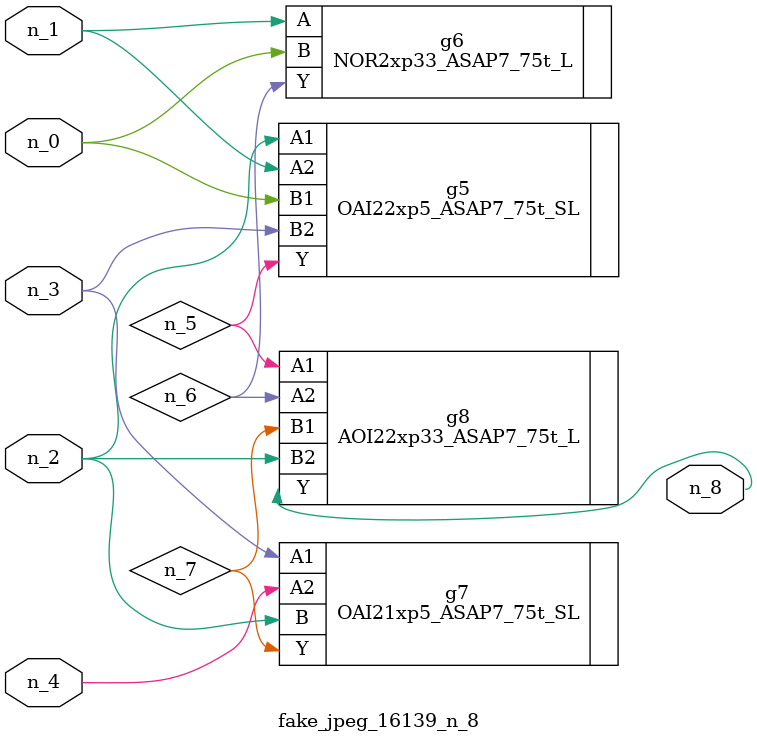
<source format=v>
module fake_jpeg_16139_n_8 (n_3, n_2, n_1, n_0, n_4, n_8);

input n_3;
input n_2;
input n_1;
input n_0;
input n_4;

output n_8;

wire n_6;
wire n_5;
wire n_7;

OAI22xp5_ASAP7_75t_SL g5 ( 
.A1(n_2),
.A2(n_1),
.B1(n_0),
.B2(n_3),
.Y(n_5)
);

NOR2xp33_ASAP7_75t_L g6 ( 
.A(n_1),
.B(n_0),
.Y(n_6)
);

OAI21xp5_ASAP7_75t_SL g7 ( 
.A1(n_3),
.A2(n_4),
.B(n_2),
.Y(n_7)
);

AOI22xp33_ASAP7_75t_L g8 ( 
.A1(n_5),
.A2(n_6),
.B1(n_7),
.B2(n_2),
.Y(n_8)
);


endmodule
</source>
